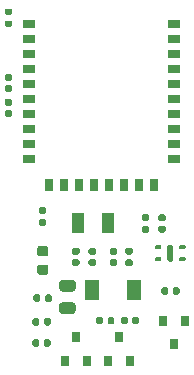
<source format=gbr>
G04 #@! TF.GenerationSoftware,KiCad,Pcbnew,(5.1.10)-1*
G04 #@! TF.CreationDate,2021-05-26T14:01:48+03:00*
G04 #@! TF.ProjectId,parasite,70617261-7369-4746-952e-6b696361645f,1.0.0*
G04 #@! TF.SameCoordinates,Original*
G04 #@! TF.FileFunction,Paste,Top*
G04 #@! TF.FilePolarity,Positive*
%FSLAX46Y46*%
G04 Gerber Fmt 4.6, Leading zero omitted, Abs format (unit mm)*
G04 Created by KiCad (PCBNEW (5.1.10)-1) date 2021-05-26 14:01:48*
%MOMM*%
%LPD*%
G01*
G04 APERTURE LIST*
%ADD10R,1.000000X0.650000*%
%ADD11R,0.650000X1.000000*%
%ADD12R,1.000000X1.800000*%
%ADD13R,0.800000X0.900000*%
%ADD14R,1.300000X1.700000*%
G04 APERTURE END LIST*
G36*
G01*
X59285000Y-30420000D02*
X58915000Y-30420000D01*
G75*
G02*
X58780000Y-30285000I0J135000D01*
G01*
X58780000Y-30015000D01*
G75*
G02*
X58915000Y-29880000I135000J0D01*
G01*
X59285000Y-29880000D01*
G75*
G02*
X59420000Y-30015000I0J-135000D01*
G01*
X59420000Y-30285000D01*
G75*
G02*
X59285000Y-30420000I-135000J0D01*
G01*
G37*
G36*
G01*
X59285000Y-31440000D02*
X58915000Y-31440000D01*
G75*
G02*
X58780000Y-31305000I0J135000D01*
G01*
X58780000Y-31035000D01*
G75*
G02*
X58915000Y-30900000I135000J0D01*
G01*
X59285000Y-30900000D01*
G75*
G02*
X59420000Y-31035000I0J-135000D01*
G01*
X59420000Y-31305000D01*
G75*
G02*
X59285000Y-31440000I-135000J0D01*
G01*
G37*
G36*
G01*
X58927500Y-38475000D02*
X59272500Y-38475000D01*
G75*
G02*
X59420000Y-38622500I0J-147500D01*
G01*
X59420000Y-38917500D01*
G75*
G02*
X59272500Y-39065000I-147500J0D01*
G01*
X58927500Y-39065000D01*
G75*
G02*
X58780000Y-38917500I0J147500D01*
G01*
X58780000Y-38622500D01*
G75*
G02*
X58927500Y-38475000I147500J0D01*
G01*
G37*
G36*
G01*
X58927500Y-37505000D02*
X59272500Y-37505000D01*
G75*
G02*
X59420000Y-37652500I0J-147500D01*
G01*
X59420000Y-37947500D01*
G75*
G02*
X59272500Y-38095000I-147500J0D01*
G01*
X58927500Y-38095000D01*
G75*
G02*
X58780000Y-37947500I0J147500D01*
G01*
X58780000Y-37652500D01*
G75*
G02*
X58927500Y-37505000I147500J0D01*
G01*
G37*
G36*
G01*
X58927500Y-36375000D02*
X59272500Y-36375000D01*
G75*
G02*
X59420000Y-36522500I0J-147500D01*
G01*
X59420000Y-36817500D01*
G75*
G02*
X59272500Y-36965000I-147500J0D01*
G01*
X58927500Y-36965000D01*
G75*
G02*
X58780000Y-36817500I0J147500D01*
G01*
X58780000Y-36522500D01*
G75*
G02*
X58927500Y-36375000I147500J0D01*
G01*
G37*
G36*
G01*
X58927500Y-35405000D02*
X59272500Y-35405000D01*
G75*
G02*
X59420000Y-35552500I0J-147500D01*
G01*
X59420000Y-35847500D01*
G75*
G02*
X59272500Y-35995000I-147500J0D01*
G01*
X58927500Y-35995000D01*
G75*
G02*
X58780000Y-35847500I0J147500D01*
G01*
X58780000Y-35552500D01*
G75*
G02*
X58927500Y-35405000I147500J0D01*
G01*
G37*
G36*
G01*
X73050000Y-50025000D02*
X73050000Y-51175000D01*
G75*
G02*
X72925000Y-51300000I-125000J0D01*
G01*
X72675000Y-51300000D01*
G75*
G02*
X72550000Y-51175000I0J125000D01*
G01*
X72550000Y-50025000D01*
G75*
G02*
X72675000Y-49900000I125000J0D01*
G01*
X72925000Y-49900000D01*
G75*
G02*
X73050000Y-50025000I0J-125000D01*
G01*
G37*
G36*
G01*
X71500000Y-51187500D02*
X71500000Y-51012500D01*
G75*
G02*
X71587500Y-50925000I87500J0D01*
G01*
X71962500Y-50925000D01*
G75*
G02*
X72050000Y-51012500I0J-87500D01*
G01*
X72050000Y-51187500D01*
G75*
G02*
X71962500Y-51275000I-87500J0D01*
G01*
X71587500Y-51275000D01*
G75*
G02*
X71500000Y-51187500I0J87500D01*
G01*
G37*
G36*
G01*
X71500000Y-50187500D02*
X71500000Y-50012500D01*
G75*
G02*
X71587500Y-49925000I87500J0D01*
G01*
X71962500Y-49925000D01*
G75*
G02*
X72050000Y-50012500I0J-87500D01*
G01*
X72050000Y-50187500D01*
G75*
G02*
X71962500Y-50275000I-87500J0D01*
G01*
X71587500Y-50275000D01*
G75*
G02*
X71500000Y-50187500I0J87500D01*
G01*
G37*
G36*
G01*
X74100000Y-50012500D02*
X74100000Y-50187500D01*
G75*
G02*
X74012500Y-50275000I-87500J0D01*
G01*
X73637500Y-50275000D01*
G75*
G02*
X73550000Y-50187500I0J87500D01*
G01*
X73550000Y-50012500D01*
G75*
G02*
X73637500Y-49925000I87500J0D01*
G01*
X74012500Y-49925000D01*
G75*
G02*
X74100000Y-50012500I0J-87500D01*
G01*
G37*
G36*
G01*
X74100000Y-51012500D02*
X74100000Y-51187500D01*
G75*
G02*
X74012500Y-51275000I-87500J0D01*
G01*
X73637500Y-51275000D01*
G75*
G02*
X73550000Y-51187500I0J87500D01*
G01*
X73550000Y-51012500D01*
G75*
G02*
X73637500Y-50925000I87500J0D01*
G01*
X74012500Y-50925000D01*
G75*
G02*
X74100000Y-51012500I0J-87500D01*
G01*
G37*
D10*
X60881000Y-42600000D03*
X60881000Y-41330000D03*
X60881000Y-40060000D03*
X60881000Y-38790000D03*
X60881000Y-37520000D03*
X60881000Y-36250000D03*
X60881000Y-34980000D03*
X60881000Y-33710000D03*
X60881000Y-32440000D03*
X60881000Y-31170000D03*
X73119000Y-38790000D03*
X73119000Y-31170000D03*
X73119000Y-37520000D03*
X73119000Y-32440000D03*
X73119000Y-33710000D03*
X73119000Y-34980000D03*
X73119000Y-40060000D03*
X73119000Y-36250000D03*
X73119000Y-41330000D03*
X73119000Y-42600000D03*
D11*
X70150000Y-44819000D03*
X62530000Y-44819000D03*
X68880000Y-44819000D03*
X63800000Y-44819000D03*
X65070000Y-44819000D03*
X66340000Y-44819000D03*
X71420000Y-44819000D03*
X67610000Y-44819000D03*
D12*
X67500000Y-48000000D03*
X65000000Y-48000000D03*
G36*
G01*
X71927500Y-48275000D02*
X72272500Y-48275000D01*
G75*
G02*
X72420000Y-48422500I0J-147500D01*
G01*
X72420000Y-48717500D01*
G75*
G02*
X72272500Y-48865000I-147500J0D01*
G01*
X71927500Y-48865000D01*
G75*
G02*
X71780000Y-48717500I0J147500D01*
G01*
X71780000Y-48422500D01*
G75*
G02*
X71927500Y-48275000I147500J0D01*
G01*
G37*
G36*
G01*
X71927500Y-47305000D02*
X72272500Y-47305000D01*
G75*
G02*
X72420000Y-47452500I0J-147500D01*
G01*
X72420000Y-47747500D01*
G75*
G02*
X72272500Y-47895000I-147500J0D01*
G01*
X71927500Y-47895000D01*
G75*
G02*
X71780000Y-47747500I0J147500D01*
G01*
X71780000Y-47452500D01*
G75*
G02*
X71927500Y-47305000I147500J0D01*
G01*
G37*
G36*
G01*
X70872500Y-47895000D02*
X70527500Y-47895000D01*
G75*
G02*
X70380000Y-47747500I0J147500D01*
G01*
X70380000Y-47452500D01*
G75*
G02*
X70527500Y-47305000I147500J0D01*
G01*
X70872500Y-47305000D01*
G75*
G02*
X71020000Y-47452500I0J-147500D01*
G01*
X71020000Y-47747500D01*
G75*
G02*
X70872500Y-47895000I-147500J0D01*
G01*
G37*
G36*
G01*
X70872500Y-48865000D02*
X70527500Y-48865000D01*
G75*
G02*
X70380000Y-48717500I0J147500D01*
G01*
X70380000Y-48422500D01*
G75*
G02*
X70527500Y-48275000I147500J0D01*
G01*
X70872500Y-48275000D01*
G75*
G02*
X71020000Y-48422500I0J-147500D01*
G01*
X71020000Y-48717500D01*
G75*
G02*
X70872500Y-48865000I-147500J0D01*
G01*
G37*
G36*
G01*
X69472500Y-50725000D02*
X69127500Y-50725000D01*
G75*
G02*
X68980000Y-50577500I0J147500D01*
G01*
X68980000Y-50282500D01*
G75*
G02*
X69127500Y-50135000I147500J0D01*
G01*
X69472500Y-50135000D01*
G75*
G02*
X69620000Y-50282500I0J-147500D01*
G01*
X69620000Y-50577500D01*
G75*
G02*
X69472500Y-50725000I-147500J0D01*
G01*
G37*
G36*
G01*
X69472500Y-51695000D02*
X69127500Y-51695000D01*
G75*
G02*
X68980000Y-51547500I0J147500D01*
G01*
X68980000Y-51252500D01*
G75*
G02*
X69127500Y-51105000I147500J0D01*
G01*
X69472500Y-51105000D01*
G75*
G02*
X69620000Y-51252500I0J-147500D01*
G01*
X69620000Y-51547500D01*
G75*
G02*
X69472500Y-51695000I-147500J0D01*
G01*
G37*
G36*
G01*
X69575000Y-56472500D02*
X69575000Y-56127500D01*
G75*
G02*
X69722500Y-55980000I147500J0D01*
G01*
X70017500Y-55980000D01*
G75*
G02*
X70165000Y-56127500I0J-147500D01*
G01*
X70165000Y-56472500D01*
G75*
G02*
X70017500Y-56620000I-147500J0D01*
G01*
X69722500Y-56620000D01*
G75*
G02*
X69575000Y-56472500I0J147500D01*
G01*
G37*
G36*
G01*
X68605000Y-56472500D02*
X68605000Y-56127500D01*
G75*
G02*
X68752500Y-55980000I147500J0D01*
G01*
X69047500Y-55980000D01*
G75*
G02*
X69195000Y-56127500I0J-147500D01*
G01*
X69195000Y-56472500D01*
G75*
G02*
X69047500Y-56620000I-147500J0D01*
G01*
X68752500Y-56620000D01*
G75*
G02*
X68605000Y-56472500I0J147500D01*
G01*
G37*
G36*
G01*
X61725000Y-58027500D02*
X61725000Y-58372500D01*
G75*
G02*
X61577500Y-58520000I-147500J0D01*
G01*
X61282500Y-58520000D01*
G75*
G02*
X61135000Y-58372500I0J147500D01*
G01*
X61135000Y-58027500D01*
G75*
G02*
X61282500Y-57880000I147500J0D01*
G01*
X61577500Y-57880000D01*
G75*
G02*
X61725000Y-58027500I0J-147500D01*
G01*
G37*
G36*
G01*
X62695000Y-58027500D02*
X62695000Y-58372500D01*
G75*
G02*
X62547500Y-58520000I-147500J0D01*
G01*
X62252500Y-58520000D01*
G75*
G02*
X62105000Y-58372500I0J147500D01*
G01*
X62105000Y-58027500D01*
G75*
G02*
X62252500Y-57880000I147500J0D01*
G01*
X62547500Y-57880000D01*
G75*
G02*
X62695000Y-58027500I0J-147500D01*
G01*
G37*
G36*
G01*
X67490000Y-56472500D02*
X67490000Y-56127500D01*
G75*
G02*
X67637500Y-55980000I147500J0D01*
G01*
X67932500Y-55980000D01*
G75*
G02*
X68080000Y-56127500I0J-147500D01*
G01*
X68080000Y-56472500D01*
G75*
G02*
X67932500Y-56620000I-147500J0D01*
G01*
X67637500Y-56620000D01*
G75*
G02*
X67490000Y-56472500I0J147500D01*
G01*
G37*
G36*
G01*
X66520000Y-56472500D02*
X66520000Y-56127500D01*
G75*
G02*
X66667500Y-55980000I147500J0D01*
G01*
X66962500Y-55980000D01*
G75*
G02*
X67110000Y-56127500I0J-147500D01*
G01*
X67110000Y-56472500D01*
G75*
G02*
X66962500Y-56620000I-147500J0D01*
G01*
X66667500Y-56620000D01*
G75*
G02*
X66520000Y-56472500I0J147500D01*
G01*
G37*
G36*
G01*
X61827500Y-47675000D02*
X62172500Y-47675000D01*
G75*
G02*
X62320000Y-47822500I0J-147500D01*
G01*
X62320000Y-48117500D01*
G75*
G02*
X62172500Y-48265000I-147500J0D01*
G01*
X61827500Y-48265000D01*
G75*
G02*
X61680000Y-48117500I0J147500D01*
G01*
X61680000Y-47822500D01*
G75*
G02*
X61827500Y-47675000I147500J0D01*
G01*
G37*
G36*
G01*
X61827500Y-46705000D02*
X62172500Y-46705000D01*
G75*
G02*
X62320000Y-46852500I0J-147500D01*
G01*
X62320000Y-47147500D01*
G75*
G02*
X62172500Y-47295000I-147500J0D01*
G01*
X61827500Y-47295000D01*
G75*
G02*
X61680000Y-47147500I0J147500D01*
G01*
X61680000Y-46852500D01*
G75*
G02*
X61827500Y-46705000I147500J0D01*
G01*
G37*
G36*
G01*
X62190000Y-54572500D02*
X62190000Y-54227500D01*
G75*
G02*
X62337500Y-54080000I147500J0D01*
G01*
X62632500Y-54080000D01*
G75*
G02*
X62780000Y-54227500I0J-147500D01*
G01*
X62780000Y-54572500D01*
G75*
G02*
X62632500Y-54720000I-147500J0D01*
G01*
X62337500Y-54720000D01*
G75*
G02*
X62190000Y-54572500I0J147500D01*
G01*
G37*
G36*
G01*
X61220000Y-54572500D02*
X61220000Y-54227500D01*
G75*
G02*
X61367500Y-54080000I147500J0D01*
G01*
X61662500Y-54080000D01*
G75*
G02*
X61810000Y-54227500I0J-147500D01*
G01*
X61810000Y-54572500D01*
G75*
G02*
X61662500Y-54720000I-147500J0D01*
G01*
X61367500Y-54720000D01*
G75*
G02*
X61220000Y-54572500I0J147500D01*
G01*
G37*
D13*
X73100000Y-58300000D03*
X72150000Y-56300000D03*
X74050000Y-56300000D03*
G36*
G01*
X62256250Y-50862500D02*
X61743750Y-50862500D01*
G75*
G02*
X61525000Y-50643750I0J218750D01*
G01*
X61525000Y-50206250D01*
G75*
G02*
X61743750Y-49987500I218750J0D01*
G01*
X62256250Y-49987500D01*
G75*
G02*
X62475000Y-50206250I0J-218750D01*
G01*
X62475000Y-50643750D01*
G75*
G02*
X62256250Y-50862500I-218750J0D01*
G01*
G37*
G36*
G01*
X62256250Y-52437500D02*
X61743750Y-52437500D01*
G75*
G02*
X61525000Y-52218750I0J218750D01*
G01*
X61525000Y-51781250D01*
G75*
G02*
X61743750Y-51562500I218750J0D01*
G01*
X62256250Y-51562500D01*
G75*
G02*
X62475000Y-51781250I0J-218750D01*
G01*
X62475000Y-52218750D01*
G75*
G02*
X62256250Y-52437500I-218750J0D01*
G01*
G37*
G36*
G01*
X61725000Y-56227500D02*
X61725000Y-56572500D01*
G75*
G02*
X61577500Y-56720000I-147500J0D01*
G01*
X61282500Y-56720000D01*
G75*
G02*
X61135000Y-56572500I0J147500D01*
G01*
X61135000Y-56227500D01*
G75*
G02*
X61282500Y-56080000I147500J0D01*
G01*
X61577500Y-56080000D01*
G75*
G02*
X61725000Y-56227500I0J-147500D01*
G01*
G37*
G36*
G01*
X62695000Y-56227500D02*
X62695000Y-56572500D01*
G75*
G02*
X62547500Y-56720000I-147500J0D01*
G01*
X62252500Y-56720000D01*
G75*
G02*
X62105000Y-56572500I0J147500D01*
G01*
X62105000Y-56227500D01*
G75*
G02*
X62252500Y-56080000I147500J0D01*
G01*
X62547500Y-56080000D01*
G75*
G02*
X62695000Y-56227500I0J-147500D01*
G01*
G37*
G36*
G01*
X66372500Y-50725000D02*
X66027500Y-50725000D01*
G75*
G02*
X65880000Y-50577500I0J147500D01*
G01*
X65880000Y-50282500D01*
G75*
G02*
X66027500Y-50135000I147500J0D01*
G01*
X66372500Y-50135000D01*
G75*
G02*
X66520000Y-50282500I0J-147500D01*
G01*
X66520000Y-50577500D01*
G75*
G02*
X66372500Y-50725000I-147500J0D01*
G01*
G37*
G36*
G01*
X66372500Y-51695000D02*
X66027500Y-51695000D01*
G75*
G02*
X65880000Y-51547500I0J147500D01*
G01*
X65880000Y-51252500D01*
G75*
G02*
X66027500Y-51105000I147500J0D01*
G01*
X66372500Y-51105000D01*
G75*
G02*
X66520000Y-51252500I0J-147500D01*
G01*
X66520000Y-51547500D01*
G75*
G02*
X66372500Y-51695000I-147500J0D01*
G01*
G37*
G36*
G01*
X64627500Y-51105000D02*
X64972500Y-51105000D01*
G75*
G02*
X65120000Y-51252500I0J-147500D01*
G01*
X65120000Y-51547500D01*
G75*
G02*
X64972500Y-51695000I-147500J0D01*
G01*
X64627500Y-51695000D01*
G75*
G02*
X64480000Y-51547500I0J147500D01*
G01*
X64480000Y-51252500D01*
G75*
G02*
X64627500Y-51105000I147500J0D01*
G01*
G37*
G36*
G01*
X64627500Y-50135000D02*
X64972500Y-50135000D01*
G75*
G02*
X65120000Y-50282500I0J-147500D01*
G01*
X65120000Y-50577500D01*
G75*
G02*
X64972500Y-50725000I-147500J0D01*
G01*
X64627500Y-50725000D01*
G75*
G02*
X64480000Y-50577500I0J147500D01*
G01*
X64480000Y-50282500D01*
G75*
G02*
X64627500Y-50135000I147500J0D01*
G01*
G37*
G36*
G01*
X72625000Y-53627500D02*
X72625000Y-53972500D01*
G75*
G02*
X72477500Y-54120000I-147500J0D01*
G01*
X72182500Y-54120000D01*
G75*
G02*
X72035000Y-53972500I0J147500D01*
G01*
X72035000Y-53627500D01*
G75*
G02*
X72182500Y-53480000I147500J0D01*
G01*
X72477500Y-53480000D01*
G75*
G02*
X72625000Y-53627500I0J-147500D01*
G01*
G37*
G36*
G01*
X73595000Y-53627500D02*
X73595000Y-53972500D01*
G75*
G02*
X73447500Y-54120000I-147500J0D01*
G01*
X73152500Y-54120000D01*
G75*
G02*
X73005000Y-53972500I0J147500D01*
G01*
X73005000Y-53627500D01*
G75*
G02*
X73152500Y-53480000I147500J0D01*
G01*
X73447500Y-53480000D01*
G75*
G02*
X73595000Y-53627500I0J-147500D01*
G01*
G37*
G36*
G01*
X68172500Y-50725000D02*
X67827500Y-50725000D01*
G75*
G02*
X67680000Y-50577500I0J147500D01*
G01*
X67680000Y-50282500D01*
G75*
G02*
X67827500Y-50135000I147500J0D01*
G01*
X68172500Y-50135000D01*
G75*
G02*
X68320000Y-50282500I0J-147500D01*
G01*
X68320000Y-50577500D01*
G75*
G02*
X68172500Y-50725000I-147500J0D01*
G01*
G37*
G36*
G01*
X68172500Y-51695000D02*
X67827500Y-51695000D01*
G75*
G02*
X67680000Y-51547500I0J147500D01*
G01*
X67680000Y-51252500D01*
G75*
G02*
X67827500Y-51105000I147500J0D01*
G01*
X68172500Y-51105000D01*
G75*
G02*
X68320000Y-51252500I0J-147500D01*
G01*
X68320000Y-51547500D01*
G75*
G02*
X68172500Y-51695000I-147500J0D01*
G01*
G37*
X68450000Y-57700000D03*
X69400000Y-59700000D03*
X67500000Y-59700000D03*
X64800000Y-57700000D03*
X65750000Y-59700000D03*
X63850000Y-59700000D03*
G36*
G01*
X64556250Y-53850000D02*
X63643750Y-53850000D01*
G75*
G02*
X63400000Y-53606250I0J243750D01*
G01*
X63400000Y-53118750D01*
G75*
G02*
X63643750Y-52875000I243750J0D01*
G01*
X64556250Y-52875000D01*
G75*
G02*
X64800000Y-53118750I0J-243750D01*
G01*
X64800000Y-53606250D01*
G75*
G02*
X64556250Y-53850000I-243750J0D01*
G01*
G37*
G36*
G01*
X64556250Y-55725000D02*
X63643750Y-55725000D01*
G75*
G02*
X63400000Y-55481250I0J243750D01*
G01*
X63400000Y-54993750D01*
G75*
G02*
X63643750Y-54750000I243750J0D01*
G01*
X64556250Y-54750000D01*
G75*
G02*
X64800000Y-54993750I0J-243750D01*
G01*
X64800000Y-55481250D01*
G75*
G02*
X64556250Y-55725000I-243750J0D01*
G01*
G37*
D14*
X69700000Y-53700000D03*
X66200000Y-53700000D03*
M02*

</source>
